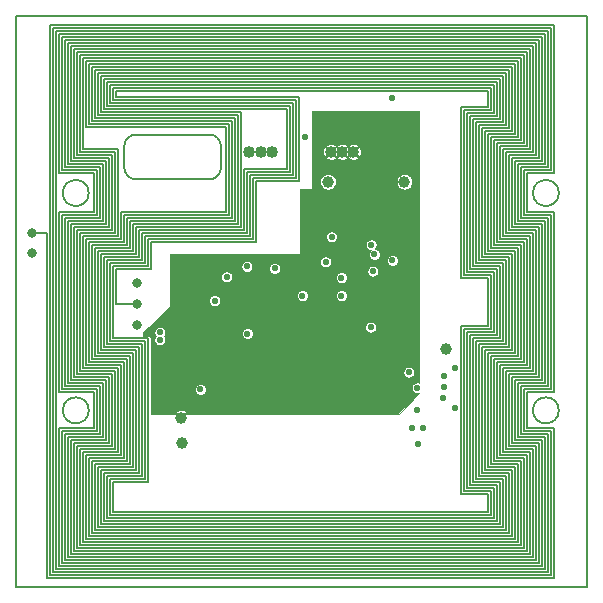
<source format=gbr>
%TF.GenerationSoftware,KiCad,Pcbnew,(5.1.4)-1*%
%TF.CreationDate,2019-12-19T16:50:30-07:00*%
%TF.ProjectId,SolarCellZ_v1,536f6c61-7243-4656-9c6c-5a5f76312e6b,rev?*%
%TF.SameCoordinates,Original*%
%TF.FileFunction,Copper,L4,Inr*%
%TF.FilePolarity,Positive*%
%FSLAX46Y46*%
G04 Gerber Fmt 4.6, Leading zero omitted, Abs format (unit mm)*
G04 Created by KiCad (PCBNEW (5.1.4)-1) date 2019-12-19 16:50:30*
%MOMM*%
%LPD*%
G04 APERTURE LIST*
%ADD10C,0.200000*%
%ADD11C,1.016000*%
%ADD12C,1.000000*%
%ADD13C,0.584200*%
%ADD14C,0.800000*%
%ADD15C,0.127000*%
%ADD16C,0.088900*%
G04 APERTURE END LIST*
D10*
X107407500Y-52841000D02*
G75*
G02X106407500Y-53841000I-1000000J0D01*
G01*
X100207500Y-53841000D02*
G75*
G02X99207500Y-52841000I0J1000000D01*
G01*
X106407500Y-50041000D02*
G75*
G02X107407500Y-51041000I0J-1000000D01*
G01*
X99207500Y-51041000D02*
G75*
G02X100207500Y-50041000I1000000J0D01*
G01*
X96207500Y-54991000D02*
G75*
G03X96207500Y-54991000I-1100000J0D01*
G01*
X106407500Y-50041000D02*
X100207500Y-50041000D01*
X138407500Y-39991000D02*
X138407500Y-88391000D01*
X138407500Y-88391000D02*
X90007500Y-88391000D01*
X96207500Y-73391000D02*
G75*
G03X96207500Y-73391000I-1100000J0D01*
G01*
X90007500Y-88391000D02*
X90007500Y-39991000D01*
X90007500Y-39991000D02*
X138407500Y-39991000D01*
X100207500Y-53841000D02*
X106407500Y-53841000D01*
X136007500Y-73391000D02*
G75*
G03X136007500Y-73391000I-1100000J0D01*
G01*
X136007500Y-54991000D02*
G75*
G03X136007500Y-54991000I-1100000J0D01*
G01*
X107407500Y-52841000D02*
X107407500Y-51041000D01*
X99207500Y-51041000D02*
X99207500Y-52841000D01*
D11*
X116700000Y-51500000D03*
X117650000Y-51500000D03*
X111700000Y-51500000D03*
X110750000Y-51500000D03*
X118600000Y-51500000D03*
X109800000Y-51500000D03*
D12*
X116459000Y-54038500D03*
X122936000Y-54038500D03*
X126492000Y-68199000D03*
X104013000Y-74041000D03*
X104076500Y-76200000D03*
D13*
X126301500Y-71437500D03*
X124015500Y-71501000D03*
X120268110Y-61604791D03*
X120078500Y-66357500D03*
X127254000Y-69786500D03*
X123317000Y-70167500D03*
X107032512Y-65473693D03*
X109654340Y-64046100D03*
X110253760Y-64708256D03*
X108983760Y-64708256D03*
X110261400Y-63439040D03*
X108983760Y-63463656D03*
X122237500Y-62357000D03*
X123253500Y-62357000D03*
X122301000Y-73088500D03*
X127254000Y-73215500D03*
X113411000Y-70548500D03*
X126301500Y-70485000D03*
X120111294Y-59382647D03*
X126238000Y-72390000D03*
X120396000Y-60198000D03*
X121920000Y-60706000D03*
X121920000Y-46990000D03*
X116763500Y-58710000D03*
X114554000Y-50292000D03*
X124015500Y-73406000D03*
X117602000Y-62166500D03*
X116268500Y-60833000D03*
X109644160Y-66892656D03*
X107886500Y-62103000D03*
X114299990Y-63690500D03*
X117602000Y-63690500D03*
X124045117Y-76233390D03*
X109601000Y-61214000D03*
X111950500Y-61380850D03*
X105664000Y-71628000D03*
X106872635Y-64108698D03*
D14*
X91440000Y-58420000D03*
X91440000Y-60071000D03*
X100330000Y-64389000D03*
X100330000Y-62611000D03*
X100330000Y-66167000D03*
D13*
X124523500Y-74866500D03*
X123571000Y-74866500D03*
X102235000Y-67437000D03*
X102235000Y-66802000D03*
D15*
X98552000Y-64389000D02*
X100330000Y-64389000D01*
X98552000Y-61468000D02*
X98552000Y-64389000D01*
X101473000Y-61468000D02*
X98552000Y-61468000D01*
X101473000Y-59182000D02*
X101473000Y-61468000D01*
X110363000Y-59182000D02*
X101473000Y-59182000D01*
X110363000Y-53975000D02*
X110363000Y-59182000D01*
X114046000Y-53975000D02*
X110363000Y-53975000D01*
X114046000Y-46863000D02*
X114046000Y-53975000D01*
X98552000Y-46863000D02*
X114046000Y-46863000D01*
X98552000Y-46355000D02*
X98552000Y-46863000D01*
X130048000Y-46355000D02*
X98552000Y-46355000D01*
X130048000Y-47752000D02*
X130048000Y-46355000D01*
X127762000Y-47752000D02*
X130048000Y-47752000D01*
X127762000Y-62230000D02*
X127762000Y-47752000D01*
X130048000Y-62230000D02*
X127762000Y-62230000D01*
X130048000Y-66294000D02*
X130048000Y-62230000D01*
X127762000Y-66294000D02*
X130048000Y-66294000D01*
X127762000Y-80518000D02*
X127762000Y-66294000D01*
X130048000Y-80518000D02*
X127762000Y-80518000D01*
X130048000Y-82042000D02*
X130048000Y-80518000D01*
X98298000Y-82042000D02*
X130048000Y-82042000D01*
X98298000Y-79502000D02*
X98298000Y-82042000D01*
X101219000Y-79502000D02*
X98298000Y-79502000D01*
X101219000Y-67310000D02*
X101219000Y-79502000D01*
X98298000Y-67310000D02*
X101219000Y-67310000D01*
X98298000Y-61214000D02*
X98298000Y-67310000D01*
X101219000Y-61214000D02*
X98298000Y-61214000D01*
X101219000Y-58928000D02*
X101219000Y-61214000D01*
X110109000Y-58928000D02*
X101219000Y-58928000D01*
X110109000Y-53721000D02*
X110109000Y-58928000D01*
X113792000Y-53721000D02*
X110109000Y-53721000D01*
X113792000Y-47117000D02*
X113792000Y-53721000D01*
X98298000Y-47117000D02*
X113792000Y-47117000D01*
X98298000Y-46101000D02*
X98298000Y-47117000D01*
X130302000Y-46101000D02*
X98298000Y-46101000D01*
X130302000Y-48006000D02*
X130302000Y-46101000D01*
X128016000Y-48006000D02*
X130302000Y-48006000D01*
X128016000Y-61976000D02*
X128016000Y-48006000D01*
X130302000Y-61976000D02*
X128016000Y-61976000D01*
X130302000Y-66548000D02*
X130302000Y-61976000D01*
X128016000Y-66548000D02*
X130302000Y-66548000D01*
X128016000Y-80264000D02*
X128016000Y-66548000D01*
X130302000Y-80264000D02*
X128016000Y-80264000D01*
X130302000Y-82296000D02*
X130302000Y-80264000D01*
X98044000Y-82296000D02*
X130302000Y-82296000D01*
X98044000Y-79248000D02*
X98044000Y-82296000D01*
X100965000Y-79248000D02*
X98044000Y-79248000D01*
X100965000Y-67564000D02*
X100965000Y-79248000D01*
X98044000Y-67564000D02*
X100965000Y-67564000D01*
X98044000Y-60960000D02*
X98044000Y-67564000D01*
X100965000Y-60960000D02*
X98044000Y-60960000D01*
X100965000Y-58674000D02*
X100965000Y-60960000D01*
X109855000Y-58674000D02*
X100965000Y-58674000D01*
X109855000Y-53467000D02*
X109855000Y-58674000D01*
X113538000Y-53467000D02*
X109855000Y-53467000D01*
X113538000Y-47371000D02*
X113538000Y-53467000D01*
X98044000Y-47371000D02*
X113538000Y-47371000D01*
X98044000Y-45847000D02*
X98044000Y-47371000D01*
X130556000Y-45847000D02*
X98044000Y-45847000D01*
X130556000Y-48260000D02*
X130556000Y-45847000D01*
X128270000Y-48260000D02*
X130556000Y-48260000D01*
X128270000Y-61722000D02*
X128270000Y-48260000D01*
X130556000Y-61722000D02*
X128270000Y-61722000D01*
X130556000Y-66802000D02*
X130556000Y-61722000D01*
X128270000Y-66802000D02*
X130556000Y-66802000D01*
X128270000Y-80010000D02*
X128270000Y-66802000D01*
X130556000Y-80010000D02*
X128270000Y-80010000D01*
X130556000Y-82550000D02*
X130556000Y-80010000D01*
X97790000Y-82550000D02*
X130556000Y-82550000D01*
X97790000Y-78994000D02*
X97790000Y-82550000D01*
X100711000Y-78994000D02*
X97790000Y-78994000D01*
X100711000Y-67818000D02*
X100711000Y-78994000D01*
X97790000Y-67818000D02*
X100711000Y-67818000D01*
X97790000Y-60706000D02*
X97790000Y-67818000D01*
X100711000Y-60706000D02*
X97790000Y-60706000D01*
X100711000Y-58420000D02*
X100711000Y-60706000D01*
X109601000Y-58420000D02*
X100711000Y-58420000D01*
X109601000Y-53213000D02*
X109601000Y-58420000D01*
X113284000Y-53213000D02*
X109601000Y-53213000D01*
X113284000Y-47625000D02*
X113284000Y-53213000D01*
X97790000Y-47625000D02*
X113284000Y-47625000D01*
X97790000Y-45593000D02*
X97790000Y-47625000D01*
X130810000Y-45593000D02*
X97790000Y-45593000D01*
X130810000Y-48514000D02*
X130810000Y-45593000D01*
X128524000Y-48514000D02*
X130810000Y-48514000D01*
X128524000Y-61468000D02*
X128524000Y-48514000D01*
X130810000Y-61468000D02*
X128524000Y-61468000D01*
X130810000Y-67056000D02*
X130810000Y-61468000D01*
X128524000Y-67056000D02*
X130810000Y-67056000D01*
X128524000Y-79756000D02*
X128524000Y-67056000D01*
X130810000Y-79756000D02*
X128524000Y-79756000D01*
X130810000Y-82804000D02*
X130810000Y-79756000D01*
X97536000Y-82804000D02*
X130810000Y-82804000D01*
X97536000Y-78740000D02*
X97536000Y-82804000D01*
X100457000Y-78740000D02*
X97536000Y-78740000D01*
X100457000Y-68072000D02*
X100457000Y-78740000D01*
X97536000Y-68072000D02*
X100457000Y-68072000D01*
X97536000Y-60452000D02*
X97536000Y-68072000D01*
X100457000Y-60452000D02*
X97536000Y-60452000D01*
X100457000Y-58166000D02*
X100457000Y-60452000D01*
X109347000Y-58166000D02*
X100457000Y-58166000D01*
X109347000Y-52959000D02*
X109347000Y-58166000D01*
X113030000Y-52959000D02*
X109347000Y-52959000D01*
X113030000Y-47879000D02*
X113030000Y-52959000D01*
X97536000Y-47879000D02*
X113030000Y-47879000D01*
X97536000Y-45339000D02*
X97536000Y-47879000D01*
X131064000Y-45339000D02*
X97536000Y-45339000D01*
X131064000Y-48768000D02*
X131064000Y-45339000D01*
X128778000Y-48768000D02*
X131064000Y-48768000D01*
X128778000Y-61214000D02*
X128778000Y-48768000D01*
X131064000Y-61214000D02*
X128778000Y-61214000D01*
X131064000Y-67310000D02*
X131064000Y-61214000D01*
X128778000Y-67310000D02*
X131064000Y-67310000D01*
X128778000Y-79502000D02*
X128778000Y-67310000D01*
X131064000Y-79502000D02*
X128778000Y-79502000D01*
X131064000Y-83058000D02*
X131064000Y-79502000D01*
X97282000Y-83058000D02*
X131064000Y-83058000D01*
X97282000Y-78486000D02*
X97282000Y-83058000D01*
X100203000Y-78486000D02*
X97282000Y-78486000D01*
X100203000Y-68326000D02*
X100203000Y-78486000D01*
X97282000Y-68326000D02*
X100203000Y-68326000D01*
X97282000Y-60198000D02*
X97282000Y-68326000D01*
X100203000Y-60198000D02*
X97282000Y-60198000D01*
X100203000Y-57912000D02*
X100203000Y-60198000D01*
X109093000Y-57912000D02*
X100203000Y-57912000D01*
X109093000Y-48133000D02*
X109093000Y-57912000D01*
X97282000Y-48133000D02*
X109093000Y-48133000D01*
X97282000Y-45085000D02*
X97282000Y-48133000D01*
X131318000Y-45085000D02*
X97282000Y-45085000D01*
X131318000Y-49022000D02*
X131318000Y-45085000D01*
X129032000Y-49022000D02*
X131318000Y-49022000D01*
X131064000Y-58928000D02*
X131064000Y-51054000D01*
X133350000Y-69596000D02*
X133350000Y-58928000D01*
X131064000Y-77216000D02*
X131064000Y-69596000D01*
X133350000Y-77216000D02*
X131064000Y-77216000D01*
X133350000Y-85344000D02*
X133350000Y-77216000D01*
X94996000Y-85344000D02*
X133350000Y-85344000D01*
X97917000Y-76200000D02*
X94996000Y-76200000D01*
X97917000Y-70612000D02*
X97917000Y-76200000D01*
X94996000Y-70612000D02*
X97917000Y-70612000D01*
X94996000Y-57912000D02*
X94996000Y-70612000D01*
X97917000Y-52070000D02*
X97917000Y-57912000D01*
X94996000Y-52070000D02*
X97917000Y-52070000D01*
X133604000Y-42799000D02*
X94996000Y-42799000D01*
X133604000Y-69850000D02*
X133604000Y-58674000D01*
X131318000Y-76962000D02*
X131318000Y-69850000D01*
X133604000Y-76962000D02*
X131318000Y-76962000D01*
X133604000Y-85598000D02*
X133604000Y-76962000D01*
X94742000Y-85598000D02*
X133604000Y-85598000D01*
X94742000Y-75946000D02*
X94742000Y-85598000D01*
X97663000Y-75946000D02*
X94742000Y-75946000D01*
X97663000Y-70866000D02*
X97663000Y-75946000D01*
X94742000Y-70866000D02*
X97663000Y-70866000D01*
X94742000Y-57658000D02*
X94742000Y-70866000D01*
X97663000Y-57658000D02*
X94742000Y-57658000D01*
X97663000Y-52324000D02*
X97663000Y-57658000D01*
X94742000Y-52324000D02*
X97663000Y-52324000D01*
X94742000Y-42545000D02*
X94742000Y-52324000D01*
X133858000Y-42545000D02*
X94742000Y-42545000D01*
X133858000Y-51562000D02*
X133858000Y-42545000D01*
X131572000Y-51562000D02*
X133858000Y-51562000D01*
X131572000Y-58420000D02*
X131572000Y-51562000D01*
X133858000Y-58420000D02*
X131572000Y-58420000D01*
X133858000Y-70104000D02*
X133858000Y-58420000D01*
X131572000Y-70104000D02*
X133858000Y-70104000D01*
X131572000Y-76708000D02*
X131572000Y-70104000D01*
X133858000Y-76708000D02*
X131572000Y-76708000D01*
X94488000Y-85852000D02*
X133858000Y-85852000D01*
X94488000Y-75692000D02*
X94488000Y-85852000D01*
X97409000Y-75692000D02*
X94488000Y-75692000D01*
X97409000Y-71120000D02*
X97409000Y-75692000D01*
X94488000Y-57404000D02*
X94488000Y-71120000D01*
X97409000Y-57404000D02*
X94488000Y-57404000D01*
X97409000Y-52578000D02*
X97409000Y-57404000D01*
X94488000Y-52578000D02*
X97409000Y-52578000D01*
X94488000Y-42291000D02*
X94488000Y-52578000D01*
X134112000Y-51816000D02*
X134112000Y-42291000D01*
X131826000Y-58166000D02*
X131826000Y-51816000D01*
X134112000Y-58166000D02*
X131826000Y-58166000D01*
X134112000Y-70358000D02*
X134112000Y-58166000D01*
X131826000Y-70358000D02*
X134112000Y-70358000D01*
X131826000Y-76454000D02*
X131826000Y-70358000D01*
X134112000Y-76454000D02*
X131826000Y-76454000D01*
X134112000Y-86106000D02*
X134112000Y-76454000D01*
X94234000Y-86106000D02*
X134112000Y-86106000D01*
X94234000Y-75438000D02*
X94234000Y-86106000D01*
X97155000Y-75438000D02*
X94234000Y-75438000D01*
X97155000Y-71374000D02*
X97155000Y-75438000D01*
X94234000Y-71374000D02*
X97155000Y-71374000D01*
X94234000Y-57150000D02*
X94234000Y-71374000D01*
X97155000Y-57150000D02*
X94234000Y-57150000D01*
X97155000Y-52832000D02*
X97155000Y-57150000D01*
X94234000Y-52832000D02*
X97155000Y-52832000D01*
X94234000Y-42037000D02*
X94234000Y-52832000D01*
X134366000Y-42037000D02*
X94234000Y-42037000D01*
X134366000Y-52070000D02*
X134366000Y-42037000D01*
X132080000Y-52070000D02*
X134366000Y-52070000D01*
X132080000Y-57912000D02*
X132080000Y-52070000D01*
X134366000Y-57912000D02*
X132080000Y-57912000D01*
X134366000Y-70612000D02*
X134366000Y-57912000D01*
X132080000Y-70612000D02*
X134366000Y-70612000D01*
X132080000Y-76200000D02*
X132080000Y-70612000D01*
X134366000Y-76200000D02*
X132080000Y-76200000D01*
X134366000Y-86360000D02*
X134366000Y-76200000D01*
X93980000Y-86360000D02*
X134366000Y-86360000D01*
X135128000Y-52832000D02*
X135128000Y-41275000D01*
X131572000Y-60706000D02*
X129286000Y-60706000D01*
X134874000Y-52578000D02*
X134874000Y-41529000D01*
X132842000Y-57150000D02*
X132842000Y-52832000D01*
X131572000Y-67818000D02*
X131572000Y-60706000D01*
X93726000Y-41529000D02*
X93726000Y-53340000D01*
X135128000Y-57150000D02*
X132842000Y-57150000D01*
X129032000Y-60960000D02*
X129032000Y-49022000D01*
X96647000Y-71882000D02*
X96647000Y-74930000D01*
X134112000Y-42291000D02*
X94488000Y-42291000D01*
X132842000Y-71374000D02*
X135128000Y-71374000D01*
X96774000Y-77978000D02*
X96774000Y-83566000D01*
X132842000Y-75438000D02*
X132842000Y-71374000D01*
X131064000Y-69596000D02*
X133350000Y-69596000D01*
X135128000Y-71374000D02*
X135128000Y-57150000D01*
X108585000Y-57404000D02*
X99695000Y-57404000D01*
X96647000Y-56642000D02*
X93726000Y-56642000D01*
X135128000Y-75438000D02*
X132842000Y-75438000D01*
X135128000Y-87122000D02*
X135128000Y-75438000D01*
X97028000Y-48387000D02*
X108839000Y-48387000D01*
X93980000Y-41783000D02*
X93980000Y-53086000D01*
X93218000Y-41021000D02*
X93218000Y-87122000D01*
X97028000Y-59944000D02*
X97028000Y-68580000D01*
X96647000Y-53340000D02*
X96647000Y-56642000D01*
X135382000Y-53086000D02*
X135382000Y-41021000D01*
X99695000Y-68834000D02*
X99695000Y-77978000D01*
X133096000Y-53086000D02*
X135382000Y-53086000D01*
X133096000Y-56896000D02*
X133096000Y-53086000D01*
X133604000Y-51308000D02*
X133604000Y-42799000D01*
X135382000Y-56896000D02*
X133096000Y-56896000D01*
X129286000Y-67818000D02*
X131572000Y-67818000D01*
X131318000Y-69850000D02*
X133604000Y-69850000D01*
X135382000Y-71628000D02*
X135382000Y-56896000D01*
X99695000Y-57404000D02*
X99695000Y-59690000D01*
X93980000Y-53086000D02*
X96901000Y-53086000D01*
X93218000Y-87122000D02*
X135128000Y-87122000D01*
X133350000Y-58928000D02*
X131064000Y-58928000D01*
X133096000Y-75184000D02*
X133096000Y-71628000D01*
X96774000Y-83566000D02*
X131572000Y-83566000D01*
X135382000Y-75184000D02*
X133096000Y-75184000D01*
X129032000Y-79248000D02*
X129032000Y-67564000D01*
X134620000Y-52324000D02*
X134620000Y-41783000D01*
X133096000Y-71628000D02*
X135382000Y-71628000D01*
X96901000Y-71628000D02*
X96901000Y-75184000D01*
X131318000Y-51308000D02*
X133604000Y-51308000D01*
X133350000Y-74930000D02*
X133350000Y-71882000D01*
X97028000Y-83312000D02*
X131318000Y-83312000D01*
X134874000Y-41529000D02*
X93726000Y-41529000D01*
X94488000Y-71120000D02*
X97409000Y-71120000D01*
X135636000Y-74930000D02*
X133350000Y-74930000D01*
X93726000Y-53340000D02*
X96647000Y-53340000D01*
X133604000Y-58674000D02*
X131318000Y-58674000D01*
X135636000Y-87630000D02*
X135636000Y-74930000D01*
X135636000Y-71882000D02*
X135636000Y-56642000D01*
X133858000Y-85852000D02*
X133858000Y-76708000D01*
X132842000Y-52832000D02*
X135128000Y-52832000D01*
X131318000Y-60960000D02*
X129032000Y-60960000D01*
X91440000Y-58420000D02*
X92710000Y-58420000D01*
X131826000Y-51816000D02*
X134112000Y-51816000D01*
X135382000Y-41021000D02*
X93218000Y-41021000D01*
X97028000Y-68580000D02*
X99949000Y-68580000D01*
X92710000Y-58420000D02*
X92710000Y-87630000D01*
X133350000Y-53340000D02*
X135636000Y-53340000D01*
X94996000Y-76200000D02*
X94996000Y-85344000D01*
X135636000Y-40767000D02*
X92964000Y-40767000D01*
X131572000Y-49276000D02*
X131572000Y-44831000D01*
X134620000Y-75946000D02*
X132334000Y-75946000D01*
X94996000Y-42799000D02*
X94996000Y-52070000D01*
X133350000Y-71882000D02*
X135636000Y-71882000D01*
X132588000Y-52578000D02*
X134874000Y-52578000D01*
X131318000Y-58674000D02*
X131318000Y-51308000D01*
X92710000Y-87630000D02*
X135636000Y-87630000D01*
X108585000Y-48641000D02*
X108585000Y-57404000D01*
X135636000Y-56642000D02*
X133350000Y-56642000D01*
X133350000Y-56642000D02*
X133350000Y-53340000D01*
X135636000Y-53340000D02*
X135636000Y-40767000D01*
X131572000Y-83566000D02*
X131572000Y-78994000D01*
X134620000Y-70866000D02*
X134620000Y-57658000D01*
X92964000Y-40767000D02*
X92964000Y-87376000D01*
X97917000Y-57912000D02*
X94996000Y-57912000D01*
X92964000Y-87376000D02*
X135382000Y-87376000D01*
X96647000Y-74930000D02*
X93726000Y-74930000D01*
X135382000Y-87376000D02*
X135382000Y-75184000D01*
X135128000Y-41275000D02*
X93472000Y-41275000D01*
X96901000Y-75184000D02*
X93980000Y-75184000D01*
X93472000Y-41275000D02*
X93472000Y-86868000D01*
X134620000Y-41783000D02*
X93980000Y-41783000D01*
X93472000Y-86868000D02*
X134874000Y-86868000D01*
X99695000Y-59690000D02*
X96774000Y-59690000D01*
X134874000Y-86868000D02*
X134874000Y-75692000D01*
X97028000Y-78232000D02*
X97028000Y-83312000D01*
X134874000Y-75692000D02*
X132588000Y-75692000D01*
X129286000Y-78994000D02*
X129286000Y-67818000D01*
X132588000Y-75692000D02*
X132588000Y-71120000D01*
X132588000Y-71120000D02*
X134874000Y-71120000D01*
X134874000Y-71120000D02*
X134874000Y-57404000D01*
X134874000Y-57404000D02*
X132588000Y-57404000D01*
X132588000Y-57404000D02*
X132588000Y-52578000D01*
X93726000Y-56642000D02*
X93726000Y-71882000D01*
X93726000Y-71882000D02*
X96647000Y-71882000D01*
X93726000Y-74930000D02*
X93726000Y-86614000D01*
X93726000Y-86614000D02*
X134620000Y-86614000D01*
X134620000Y-86614000D02*
X134620000Y-75946000D01*
X132334000Y-75946000D02*
X132334000Y-70866000D01*
X132334000Y-70866000D02*
X134620000Y-70866000D01*
X134620000Y-57658000D02*
X132334000Y-57658000D01*
X132334000Y-57658000D02*
X132334000Y-52324000D01*
X132334000Y-52324000D02*
X134620000Y-52324000D01*
X96901000Y-53086000D02*
X96901000Y-56896000D01*
X96901000Y-56896000D02*
X93980000Y-56896000D01*
X93980000Y-56896000D02*
X93980000Y-71628000D01*
X93980000Y-71628000D02*
X96901000Y-71628000D01*
X93980000Y-75184000D02*
X93980000Y-86360000D01*
X131064000Y-51054000D02*
X133350000Y-51054000D01*
X133350000Y-51054000D02*
X133350000Y-43053000D01*
X133350000Y-43053000D02*
X95250000Y-43053000D01*
X95250000Y-43053000D02*
X95250000Y-51816000D01*
X95250000Y-51816000D02*
X98171000Y-51816000D01*
X98171000Y-51816000D02*
X98171000Y-58166000D01*
X98171000Y-58166000D02*
X95250000Y-58166000D01*
X95250000Y-58166000D02*
X95250000Y-70358000D01*
X95250000Y-70358000D02*
X98171000Y-70358000D01*
X98171000Y-70358000D02*
X98171000Y-76454000D01*
X98171000Y-76454000D02*
X95250000Y-76454000D01*
X95250000Y-76454000D02*
X95250000Y-85090000D01*
X95250000Y-85090000D02*
X133096000Y-85090000D01*
X133096000Y-85090000D02*
X133096000Y-77470000D01*
X133096000Y-77470000D02*
X130810000Y-77470000D01*
X130810000Y-77470000D02*
X130810000Y-69342000D01*
X130810000Y-69342000D02*
X133096000Y-69342000D01*
X133096000Y-69342000D02*
X133096000Y-59182000D01*
X133096000Y-59182000D02*
X130810000Y-59182000D01*
X130810000Y-59182000D02*
X130810000Y-50800000D01*
X130810000Y-50800000D02*
X133096000Y-50800000D01*
X133096000Y-50800000D02*
X133096000Y-43307000D01*
X133096000Y-43307000D02*
X95504000Y-43307000D01*
X95504000Y-43307000D02*
X95504000Y-51562000D01*
X95504000Y-51562000D02*
X98425000Y-51562000D01*
X98425000Y-51562000D02*
X98425000Y-58420000D01*
X98425000Y-58420000D02*
X95504000Y-58420000D01*
X95504000Y-58420000D02*
X95504000Y-70104000D01*
X95504000Y-70104000D02*
X98425000Y-70104000D01*
X98425000Y-70104000D02*
X98425000Y-76708000D01*
X98425000Y-76708000D02*
X95504000Y-76708000D01*
X95504000Y-76708000D02*
X95504000Y-84836000D01*
X95504000Y-84836000D02*
X132842000Y-84836000D01*
X132842000Y-84836000D02*
X132842000Y-77724000D01*
X132842000Y-77724000D02*
X130556000Y-77724000D01*
X130556000Y-77724000D02*
X130556000Y-69088000D01*
X130556000Y-69088000D02*
X132842000Y-69088000D01*
X132842000Y-69088000D02*
X132842000Y-59436000D01*
X132842000Y-59436000D02*
X130556000Y-59436000D01*
X130556000Y-59436000D02*
X130556000Y-50546000D01*
X130556000Y-50546000D02*
X132842000Y-50546000D01*
X132842000Y-50546000D02*
X132842000Y-43561000D01*
X132842000Y-43561000D02*
X95758000Y-43561000D01*
X95758000Y-43561000D02*
X95758000Y-51308000D01*
X95758000Y-51308000D02*
X98679000Y-51308000D01*
X98679000Y-51308000D02*
X98679000Y-58674000D01*
X98679000Y-58674000D02*
X95758000Y-58674000D01*
X95758000Y-58674000D02*
X95758000Y-69850000D01*
X95758000Y-69850000D02*
X98679000Y-69850000D01*
X98679000Y-69850000D02*
X98679000Y-76962000D01*
X98679000Y-76962000D02*
X95758000Y-76962000D01*
X95758000Y-76962000D02*
X95758000Y-84582000D01*
X95758000Y-84582000D02*
X132588000Y-84582000D01*
X132588000Y-84582000D02*
X132588000Y-77978000D01*
X132588000Y-77978000D02*
X130302000Y-77978000D01*
X130302000Y-77978000D02*
X130302000Y-68834000D01*
X130302000Y-68834000D02*
X132588000Y-68834000D01*
X132588000Y-68834000D02*
X132588000Y-59690000D01*
X132588000Y-59690000D02*
X130302000Y-59690000D01*
X130302000Y-59690000D02*
X130302000Y-50292000D01*
X130302000Y-50292000D02*
X132588000Y-50292000D01*
X132588000Y-50292000D02*
X132588000Y-43815000D01*
X132588000Y-43815000D02*
X96012000Y-43815000D01*
X96012000Y-43815000D02*
X96012000Y-49403000D01*
X96012000Y-49403000D02*
X107823000Y-49403000D01*
X107823000Y-49403000D02*
X107823000Y-56642000D01*
X107823000Y-56642000D02*
X98933000Y-56642000D01*
X98933000Y-56642000D02*
X98933000Y-58928000D01*
X98933000Y-58928000D02*
X96012000Y-58928000D01*
X96012000Y-58928000D02*
X96012000Y-69596000D01*
X96012000Y-69596000D02*
X98933000Y-69596000D01*
X98933000Y-69596000D02*
X98933000Y-77216000D01*
X98933000Y-77216000D02*
X96012000Y-77216000D01*
X96012000Y-77216000D02*
X96012000Y-84328000D01*
X96012000Y-84328000D02*
X132334000Y-84328000D01*
X132334000Y-84328000D02*
X132334000Y-78232000D01*
X132334000Y-78232000D02*
X130048000Y-78232000D01*
X130048000Y-78232000D02*
X130048000Y-68580000D01*
X130048000Y-68580000D02*
X132334000Y-68580000D01*
X132334000Y-68580000D02*
X132334000Y-59944000D01*
X132334000Y-59944000D02*
X130048000Y-59944000D01*
X130048000Y-59944000D02*
X130048000Y-50038000D01*
X130048000Y-50038000D02*
X132334000Y-50038000D01*
X132334000Y-50038000D02*
X132334000Y-44069000D01*
X132334000Y-44069000D02*
X96266000Y-44069000D01*
X96266000Y-44069000D02*
X96266000Y-49149000D01*
X96266000Y-49149000D02*
X108077000Y-49149000D01*
X108077000Y-49149000D02*
X108077000Y-56896000D01*
X108077000Y-56896000D02*
X99187000Y-56896000D01*
X99187000Y-56896000D02*
X99187000Y-59182000D01*
X99187000Y-59182000D02*
X96266000Y-59182000D01*
X96266000Y-59182000D02*
X96266000Y-69342000D01*
X96266000Y-69342000D02*
X99187000Y-69342000D01*
X99187000Y-69342000D02*
X99187000Y-77470000D01*
X99187000Y-77470000D02*
X96266000Y-77470000D01*
X96266000Y-77470000D02*
X96266000Y-84074000D01*
X96266000Y-84074000D02*
X132080000Y-84074000D01*
X132080000Y-84074000D02*
X132080000Y-78486000D01*
X132080000Y-78486000D02*
X129794000Y-78486000D01*
X129794000Y-78486000D02*
X129794000Y-68326000D01*
X129794000Y-68326000D02*
X132080000Y-68326000D01*
X132080000Y-68326000D02*
X132080000Y-60198000D01*
X132080000Y-60198000D02*
X129794000Y-60198000D01*
X129794000Y-60198000D02*
X129794000Y-49784000D01*
X129794000Y-49784000D02*
X132080000Y-49784000D01*
X132080000Y-49784000D02*
X132080000Y-44323000D01*
X132080000Y-44323000D02*
X96520000Y-44323000D01*
X96520000Y-44323000D02*
X96520000Y-48895000D01*
X96520000Y-48895000D02*
X108331000Y-48895000D01*
X108331000Y-48895000D02*
X108331000Y-57150000D01*
X108331000Y-57150000D02*
X99441000Y-57150000D01*
X99441000Y-57150000D02*
X99441000Y-59436000D01*
X99441000Y-59436000D02*
X96520000Y-59436000D01*
X96520000Y-59436000D02*
X96520000Y-69088000D01*
X96520000Y-69088000D02*
X99441000Y-69088000D01*
X99441000Y-69088000D02*
X99441000Y-77724000D01*
X99441000Y-77724000D02*
X96520000Y-77724000D01*
X96520000Y-77724000D02*
X96520000Y-83820000D01*
X96520000Y-83820000D02*
X131826000Y-83820000D01*
X131826000Y-83820000D02*
X131826000Y-78740000D01*
X131826000Y-78740000D02*
X129540000Y-78740000D01*
X129540000Y-78740000D02*
X129540000Y-68072000D01*
X129540000Y-68072000D02*
X131826000Y-68072000D01*
X131826000Y-68072000D02*
X131826000Y-60452000D01*
X131826000Y-60452000D02*
X129540000Y-60452000D01*
X129540000Y-60452000D02*
X129540000Y-49530000D01*
X129540000Y-49530000D02*
X131826000Y-49530000D01*
X131826000Y-49530000D02*
X131826000Y-44577000D01*
X131826000Y-44577000D02*
X96774000Y-44577000D01*
X96774000Y-44577000D02*
X96774000Y-48641000D01*
X96774000Y-48641000D02*
X108585000Y-48641000D01*
X96774000Y-59690000D02*
X96774000Y-68834000D01*
X96774000Y-68834000D02*
X99695000Y-68834000D01*
X99695000Y-77978000D02*
X96774000Y-77978000D01*
X131572000Y-78994000D02*
X129286000Y-78994000D01*
X129286000Y-60706000D02*
X129286000Y-49276000D01*
X129286000Y-49276000D02*
X131572000Y-49276000D01*
X131572000Y-44831000D02*
X97028000Y-44831000D01*
X97028000Y-44831000D02*
X97028000Y-48387000D01*
X108839000Y-48387000D02*
X108839000Y-57658000D01*
X108839000Y-57658000D02*
X99949000Y-57658000D01*
X99949000Y-57658000D02*
X99949000Y-59944000D01*
X99949000Y-59944000D02*
X97028000Y-59944000D01*
X99949000Y-68580000D02*
X99949000Y-78232000D01*
X99949000Y-78232000D02*
X97028000Y-78232000D01*
X131318000Y-83312000D02*
X131318000Y-79248000D01*
X131318000Y-79248000D02*
X129032000Y-79248000D01*
X129032000Y-67564000D02*
X131318000Y-67564000D01*
X131318000Y-67564000D02*
X131318000Y-60960000D01*
D16*
G36*
X124161550Y-71059753D02*
G01*
X124150713Y-71055264D01*
X124061156Y-71037450D01*
X123969844Y-71037450D01*
X123880287Y-71055264D01*
X123795927Y-71090207D01*
X123720004Y-71140937D01*
X123655437Y-71205504D01*
X123604707Y-71281427D01*
X123569764Y-71365787D01*
X123551950Y-71455344D01*
X123551950Y-71546656D01*
X123569764Y-71636213D01*
X123604707Y-71720573D01*
X123655437Y-71796496D01*
X123720004Y-71861063D01*
X123795927Y-71911793D01*
X123880287Y-71946736D01*
X123969844Y-71964550D01*
X124061156Y-71964550D01*
X124141242Y-71948620D01*
X122472613Y-73679050D01*
X104558630Y-73679050D01*
X104506429Y-73646354D01*
X104473733Y-73679050D01*
X104276167Y-73679050D01*
X104407646Y-73547571D01*
X104350938Y-73457033D01*
X104230518Y-73402325D01*
X104101740Y-73372161D01*
X103969550Y-73367701D01*
X103839031Y-73389115D01*
X103715197Y-73435580D01*
X103675062Y-73457033D01*
X103618354Y-73547571D01*
X103749833Y-73679050D01*
X103552267Y-73679050D01*
X103519571Y-73646354D01*
X103467370Y-73679050D01*
X101453950Y-73679050D01*
X101453950Y-71582344D01*
X105200450Y-71582344D01*
X105200450Y-71673656D01*
X105218264Y-71763213D01*
X105253207Y-71847573D01*
X105303937Y-71923496D01*
X105368504Y-71988063D01*
X105444427Y-72038793D01*
X105528787Y-72073736D01*
X105618344Y-72091550D01*
X105709656Y-72091550D01*
X105799213Y-72073736D01*
X105883573Y-72038793D01*
X105959496Y-71988063D01*
X106024063Y-71923496D01*
X106074793Y-71847573D01*
X106109736Y-71763213D01*
X106127550Y-71673656D01*
X106127550Y-71582344D01*
X106109736Y-71492787D01*
X106074793Y-71408427D01*
X106024063Y-71332504D01*
X105959496Y-71267937D01*
X105883573Y-71217207D01*
X105799213Y-71182264D01*
X105709656Y-71164450D01*
X105618344Y-71164450D01*
X105528787Y-71182264D01*
X105444427Y-71217207D01*
X105368504Y-71267937D01*
X105303937Y-71332504D01*
X105253207Y-71408427D01*
X105218264Y-71492787D01*
X105200450Y-71582344D01*
X101453950Y-71582344D01*
X101453950Y-70121844D01*
X122853450Y-70121844D01*
X122853450Y-70213156D01*
X122871264Y-70302713D01*
X122906207Y-70387073D01*
X122956937Y-70462996D01*
X123021504Y-70527563D01*
X123097427Y-70578293D01*
X123181787Y-70613236D01*
X123271344Y-70631050D01*
X123362656Y-70631050D01*
X123452213Y-70613236D01*
X123536573Y-70578293D01*
X123612496Y-70527563D01*
X123677063Y-70462996D01*
X123727793Y-70387073D01*
X123762736Y-70302713D01*
X123780550Y-70213156D01*
X123780550Y-70121844D01*
X123762736Y-70032287D01*
X123727793Y-69947927D01*
X123677063Y-69872004D01*
X123612496Y-69807437D01*
X123536573Y-69756707D01*
X123452213Y-69721764D01*
X123362656Y-69703950D01*
X123271344Y-69703950D01*
X123181787Y-69721764D01*
X123097427Y-69756707D01*
X123021504Y-69807437D01*
X122956937Y-69872004D01*
X122906207Y-69947927D01*
X122871264Y-70032287D01*
X122853450Y-70121844D01*
X101453950Y-70121844D01*
X101453950Y-67321535D01*
X101455086Y-67310000D01*
X101450550Y-67263942D01*
X101437115Y-67219654D01*
X101415298Y-67178838D01*
X101385938Y-67143062D01*
X101350162Y-67113702D01*
X101309346Y-67091885D01*
X101265058Y-67078450D01*
X101230535Y-67075050D01*
X101219000Y-67073914D01*
X101207465Y-67075050D01*
X100818950Y-67075050D01*
X100818950Y-66757279D01*
X100819911Y-66756344D01*
X101771450Y-66756344D01*
X101771450Y-66847656D01*
X101789264Y-66937213D01*
X101824207Y-67021573D01*
X101874937Y-67097496D01*
X101896941Y-67119500D01*
X101874937Y-67141504D01*
X101824207Y-67217427D01*
X101789264Y-67301787D01*
X101771450Y-67391344D01*
X101771450Y-67482656D01*
X101789264Y-67572213D01*
X101824207Y-67656573D01*
X101874937Y-67732496D01*
X101939504Y-67797063D01*
X102015427Y-67847793D01*
X102099787Y-67882736D01*
X102189344Y-67900550D01*
X102280656Y-67900550D01*
X102370213Y-67882736D01*
X102454573Y-67847793D01*
X102530496Y-67797063D01*
X102595063Y-67732496D01*
X102645793Y-67656573D01*
X102680736Y-67572213D01*
X102698550Y-67482656D01*
X102698550Y-67391344D01*
X102680736Y-67301787D01*
X102645793Y-67217427D01*
X102595063Y-67141504D01*
X102573059Y-67119500D01*
X102595063Y-67097496D01*
X102645793Y-67021573D01*
X102680736Y-66937213D01*
X102698550Y-66847656D01*
X102698550Y-66847000D01*
X109180610Y-66847000D01*
X109180610Y-66938312D01*
X109198424Y-67027869D01*
X109233367Y-67112229D01*
X109284097Y-67188152D01*
X109348664Y-67252719D01*
X109424587Y-67303449D01*
X109508947Y-67338392D01*
X109598504Y-67356206D01*
X109689816Y-67356206D01*
X109779373Y-67338392D01*
X109863733Y-67303449D01*
X109939656Y-67252719D01*
X110004223Y-67188152D01*
X110054953Y-67112229D01*
X110089896Y-67027869D01*
X110107710Y-66938312D01*
X110107710Y-66847000D01*
X110089896Y-66757443D01*
X110054953Y-66673083D01*
X110004223Y-66597160D01*
X109939656Y-66532593D01*
X109863733Y-66481863D01*
X109779373Y-66446920D01*
X109689816Y-66429106D01*
X109598504Y-66429106D01*
X109508947Y-66446920D01*
X109424587Y-66481863D01*
X109348664Y-66532593D01*
X109284097Y-66597160D01*
X109233367Y-66673083D01*
X109198424Y-66757443D01*
X109180610Y-66847000D01*
X102698550Y-66847000D01*
X102698550Y-66756344D01*
X102680736Y-66666787D01*
X102645793Y-66582427D01*
X102595063Y-66506504D01*
X102530496Y-66441937D01*
X102454573Y-66391207D01*
X102370213Y-66356264D01*
X102280656Y-66338450D01*
X102189344Y-66338450D01*
X102099787Y-66356264D01*
X102015427Y-66391207D01*
X101939504Y-66441937D01*
X101874937Y-66506504D01*
X101824207Y-66582427D01*
X101789264Y-66666787D01*
X101771450Y-66756344D01*
X100819911Y-66756344D01*
X101277111Y-66311844D01*
X119614950Y-66311844D01*
X119614950Y-66403156D01*
X119632764Y-66492713D01*
X119667707Y-66577073D01*
X119718437Y-66652996D01*
X119783004Y-66717563D01*
X119858927Y-66768293D01*
X119943287Y-66803236D01*
X120032844Y-66821050D01*
X120124156Y-66821050D01*
X120213713Y-66803236D01*
X120298073Y-66768293D01*
X120373996Y-66717563D01*
X120438563Y-66652996D01*
X120489293Y-66577073D01*
X120524236Y-66492713D01*
X120542050Y-66403156D01*
X120542050Y-66311844D01*
X120524236Y-66222287D01*
X120489293Y-66137927D01*
X120438563Y-66062004D01*
X120373996Y-65997437D01*
X120298073Y-65946707D01*
X120213713Y-65911764D01*
X120124156Y-65893950D01*
X120032844Y-65893950D01*
X119943287Y-65911764D01*
X119858927Y-65946707D01*
X119783004Y-65997437D01*
X119718437Y-66062004D01*
X119667707Y-66137927D01*
X119632764Y-66222287D01*
X119614950Y-66311844D01*
X101277111Y-66311844D01*
X103091485Y-64547870D01*
X103097107Y-64541213D01*
X103101323Y-64533587D01*
X103103969Y-64525285D01*
X103104950Y-64516000D01*
X103104950Y-64063042D01*
X106409085Y-64063042D01*
X106409085Y-64154354D01*
X106426899Y-64243911D01*
X106461842Y-64328271D01*
X106512572Y-64404194D01*
X106577139Y-64468761D01*
X106653062Y-64519491D01*
X106737422Y-64554434D01*
X106826979Y-64572248D01*
X106918291Y-64572248D01*
X107007848Y-64554434D01*
X107092208Y-64519491D01*
X107168131Y-64468761D01*
X107232698Y-64404194D01*
X107283428Y-64328271D01*
X107318371Y-64243911D01*
X107336185Y-64154354D01*
X107336185Y-64063042D01*
X107318371Y-63973485D01*
X107283428Y-63889125D01*
X107232698Y-63813202D01*
X107168131Y-63748635D01*
X107092208Y-63697905D01*
X107007848Y-63662962D01*
X106918291Y-63645148D01*
X106826979Y-63645148D01*
X106737422Y-63662962D01*
X106653062Y-63697905D01*
X106577139Y-63748635D01*
X106512572Y-63813202D01*
X106461842Y-63889125D01*
X106426899Y-63973485D01*
X106409085Y-64063042D01*
X103104950Y-64063042D01*
X103104950Y-63644844D01*
X113836440Y-63644844D01*
X113836440Y-63736156D01*
X113854254Y-63825713D01*
X113889197Y-63910073D01*
X113939927Y-63985996D01*
X114004494Y-64050563D01*
X114080417Y-64101293D01*
X114164777Y-64136236D01*
X114254334Y-64154050D01*
X114345646Y-64154050D01*
X114435203Y-64136236D01*
X114519563Y-64101293D01*
X114595486Y-64050563D01*
X114660053Y-63985996D01*
X114710783Y-63910073D01*
X114745726Y-63825713D01*
X114763540Y-63736156D01*
X114763540Y-63644844D01*
X117138450Y-63644844D01*
X117138450Y-63736156D01*
X117156264Y-63825713D01*
X117191207Y-63910073D01*
X117241937Y-63985996D01*
X117306504Y-64050563D01*
X117382427Y-64101293D01*
X117466787Y-64136236D01*
X117556344Y-64154050D01*
X117647656Y-64154050D01*
X117737213Y-64136236D01*
X117821573Y-64101293D01*
X117897496Y-64050563D01*
X117962063Y-63985996D01*
X118012793Y-63910073D01*
X118047736Y-63825713D01*
X118065550Y-63736156D01*
X118065550Y-63644844D01*
X118047736Y-63555287D01*
X118012793Y-63470927D01*
X117962063Y-63395004D01*
X117897496Y-63330437D01*
X117821573Y-63279707D01*
X117737213Y-63244764D01*
X117647656Y-63226950D01*
X117556344Y-63226950D01*
X117466787Y-63244764D01*
X117382427Y-63279707D01*
X117306504Y-63330437D01*
X117241937Y-63395004D01*
X117191207Y-63470927D01*
X117156264Y-63555287D01*
X117138450Y-63644844D01*
X114763540Y-63644844D01*
X114745726Y-63555287D01*
X114710783Y-63470927D01*
X114660053Y-63395004D01*
X114595486Y-63330437D01*
X114519563Y-63279707D01*
X114435203Y-63244764D01*
X114345646Y-63226950D01*
X114254334Y-63226950D01*
X114164777Y-63244764D01*
X114080417Y-63279707D01*
X114004494Y-63330437D01*
X113939927Y-63395004D01*
X113889197Y-63470927D01*
X113854254Y-63555287D01*
X113836440Y-63644844D01*
X103104950Y-63644844D01*
X103104950Y-62057344D01*
X107422950Y-62057344D01*
X107422950Y-62148656D01*
X107440764Y-62238213D01*
X107475707Y-62322573D01*
X107526437Y-62398496D01*
X107591004Y-62463063D01*
X107666927Y-62513793D01*
X107751287Y-62548736D01*
X107840844Y-62566550D01*
X107932156Y-62566550D01*
X108021713Y-62548736D01*
X108106073Y-62513793D01*
X108181996Y-62463063D01*
X108246563Y-62398496D01*
X108297293Y-62322573D01*
X108332236Y-62238213D01*
X108350050Y-62148656D01*
X108350050Y-62120844D01*
X117138450Y-62120844D01*
X117138450Y-62212156D01*
X117156264Y-62301713D01*
X117191207Y-62386073D01*
X117241937Y-62461996D01*
X117306504Y-62526563D01*
X117382427Y-62577293D01*
X117466787Y-62612236D01*
X117556344Y-62630050D01*
X117647656Y-62630050D01*
X117737213Y-62612236D01*
X117821573Y-62577293D01*
X117897496Y-62526563D01*
X117962063Y-62461996D01*
X118012793Y-62386073D01*
X118047736Y-62301713D01*
X118065550Y-62212156D01*
X118065550Y-62120844D01*
X118047736Y-62031287D01*
X118012793Y-61946927D01*
X117962063Y-61871004D01*
X117897496Y-61806437D01*
X117821573Y-61755707D01*
X117737213Y-61720764D01*
X117647656Y-61702950D01*
X117556344Y-61702950D01*
X117466787Y-61720764D01*
X117382427Y-61755707D01*
X117306504Y-61806437D01*
X117241937Y-61871004D01*
X117191207Y-61946927D01*
X117156264Y-62031287D01*
X117138450Y-62120844D01*
X108350050Y-62120844D01*
X108350050Y-62057344D01*
X108332236Y-61967787D01*
X108297293Y-61883427D01*
X108246563Y-61807504D01*
X108181996Y-61742937D01*
X108106073Y-61692207D01*
X108021713Y-61657264D01*
X107932156Y-61639450D01*
X107840844Y-61639450D01*
X107751287Y-61657264D01*
X107666927Y-61692207D01*
X107591004Y-61742937D01*
X107526437Y-61807504D01*
X107475707Y-61883427D01*
X107440764Y-61967787D01*
X107422950Y-62057344D01*
X103104950Y-62057344D01*
X103104950Y-61168344D01*
X109137450Y-61168344D01*
X109137450Y-61259656D01*
X109155264Y-61349213D01*
X109190207Y-61433573D01*
X109240937Y-61509496D01*
X109305504Y-61574063D01*
X109381427Y-61624793D01*
X109465787Y-61659736D01*
X109555344Y-61677550D01*
X109646656Y-61677550D01*
X109736213Y-61659736D01*
X109820573Y-61624793D01*
X109896496Y-61574063D01*
X109961063Y-61509496D01*
X110011793Y-61433573D01*
X110046736Y-61349213D01*
X110049524Y-61335194D01*
X111486950Y-61335194D01*
X111486950Y-61426506D01*
X111504764Y-61516063D01*
X111539707Y-61600423D01*
X111590437Y-61676346D01*
X111655004Y-61740913D01*
X111730927Y-61791643D01*
X111815287Y-61826586D01*
X111904844Y-61844400D01*
X111996156Y-61844400D01*
X112085713Y-61826586D01*
X112170073Y-61791643D01*
X112245996Y-61740913D01*
X112310563Y-61676346D01*
X112361293Y-61600423D01*
X112378395Y-61559135D01*
X119804560Y-61559135D01*
X119804560Y-61650447D01*
X119822374Y-61740004D01*
X119857317Y-61824364D01*
X119908047Y-61900287D01*
X119972614Y-61964854D01*
X120048537Y-62015584D01*
X120132897Y-62050527D01*
X120222454Y-62068341D01*
X120313766Y-62068341D01*
X120403323Y-62050527D01*
X120487683Y-62015584D01*
X120563606Y-61964854D01*
X120628173Y-61900287D01*
X120678903Y-61824364D01*
X120713846Y-61740004D01*
X120731660Y-61650447D01*
X120731660Y-61559135D01*
X120713846Y-61469578D01*
X120678903Y-61385218D01*
X120628173Y-61309295D01*
X120563606Y-61244728D01*
X120487683Y-61193998D01*
X120403323Y-61159055D01*
X120313766Y-61141241D01*
X120222454Y-61141241D01*
X120132897Y-61159055D01*
X120048537Y-61193998D01*
X119972614Y-61244728D01*
X119908047Y-61309295D01*
X119857317Y-61385218D01*
X119822374Y-61469578D01*
X119804560Y-61559135D01*
X112378395Y-61559135D01*
X112396236Y-61516063D01*
X112414050Y-61426506D01*
X112414050Y-61335194D01*
X112396236Y-61245637D01*
X112361293Y-61161277D01*
X112310563Y-61085354D01*
X112245996Y-61020787D01*
X112170073Y-60970057D01*
X112085713Y-60935114D01*
X111996156Y-60917300D01*
X111904844Y-60917300D01*
X111815287Y-60935114D01*
X111730927Y-60970057D01*
X111655004Y-61020787D01*
X111590437Y-61085354D01*
X111539707Y-61161277D01*
X111504764Y-61245637D01*
X111486950Y-61335194D01*
X110049524Y-61335194D01*
X110064550Y-61259656D01*
X110064550Y-61168344D01*
X110046736Y-61078787D01*
X110011793Y-60994427D01*
X109961063Y-60918504D01*
X109896496Y-60853937D01*
X109820573Y-60803207D01*
X109782277Y-60787344D01*
X115804950Y-60787344D01*
X115804950Y-60878656D01*
X115822764Y-60968213D01*
X115857707Y-61052573D01*
X115908437Y-61128496D01*
X115973004Y-61193063D01*
X116048927Y-61243793D01*
X116133287Y-61278736D01*
X116222844Y-61296550D01*
X116314156Y-61296550D01*
X116403713Y-61278736D01*
X116488073Y-61243793D01*
X116563996Y-61193063D01*
X116628563Y-61128496D01*
X116679293Y-61052573D01*
X116714236Y-60968213D01*
X116732050Y-60878656D01*
X116732050Y-60787344D01*
X116714236Y-60697787D01*
X116679293Y-60613427D01*
X116628563Y-60537504D01*
X116563996Y-60472937D01*
X116488073Y-60422207D01*
X116403713Y-60387264D01*
X116314156Y-60369450D01*
X116222844Y-60369450D01*
X116133287Y-60387264D01*
X116048927Y-60422207D01*
X115973004Y-60472937D01*
X115908437Y-60537504D01*
X115857707Y-60613427D01*
X115822764Y-60697787D01*
X115804950Y-60787344D01*
X109782277Y-60787344D01*
X109736213Y-60768264D01*
X109646656Y-60750450D01*
X109555344Y-60750450D01*
X109465787Y-60768264D01*
X109381427Y-60803207D01*
X109305504Y-60853937D01*
X109240937Y-60918504D01*
X109190207Y-60994427D01*
X109155264Y-61078787D01*
X109137450Y-61168344D01*
X103104950Y-61168344D01*
X103104950Y-60178950D01*
X114046000Y-60178950D01*
X114054672Y-60178096D01*
X114063010Y-60175566D01*
X114070695Y-60171459D01*
X114077431Y-60165931D01*
X114082959Y-60159195D01*
X114087066Y-60151510D01*
X114089596Y-60143172D01*
X114090450Y-60134500D01*
X114090450Y-59336991D01*
X119647744Y-59336991D01*
X119647744Y-59428303D01*
X119665558Y-59517860D01*
X119700501Y-59602220D01*
X119751231Y-59678143D01*
X119815798Y-59742710D01*
X119891721Y-59793440D01*
X119976081Y-59828383D01*
X120065638Y-59846197D01*
X120092244Y-59846197D01*
X120035937Y-59902504D01*
X119985207Y-59978427D01*
X119950264Y-60062787D01*
X119932450Y-60152344D01*
X119932450Y-60243656D01*
X119950264Y-60333213D01*
X119985207Y-60417573D01*
X120035937Y-60493496D01*
X120100504Y-60558063D01*
X120176427Y-60608793D01*
X120260787Y-60643736D01*
X120350344Y-60661550D01*
X120441656Y-60661550D01*
X120447718Y-60660344D01*
X121456450Y-60660344D01*
X121456450Y-60751656D01*
X121474264Y-60841213D01*
X121509207Y-60925573D01*
X121559937Y-61001496D01*
X121624504Y-61066063D01*
X121700427Y-61116793D01*
X121784787Y-61151736D01*
X121874344Y-61169550D01*
X121965656Y-61169550D01*
X122055213Y-61151736D01*
X122139573Y-61116793D01*
X122215496Y-61066063D01*
X122280063Y-61001496D01*
X122330793Y-60925573D01*
X122365736Y-60841213D01*
X122383550Y-60751656D01*
X122383550Y-60660344D01*
X122365736Y-60570787D01*
X122330793Y-60486427D01*
X122280063Y-60410504D01*
X122215496Y-60345937D01*
X122139573Y-60295207D01*
X122055213Y-60260264D01*
X121965656Y-60242450D01*
X121874344Y-60242450D01*
X121784787Y-60260264D01*
X121700427Y-60295207D01*
X121624504Y-60345937D01*
X121559937Y-60410504D01*
X121509207Y-60486427D01*
X121474264Y-60570787D01*
X121456450Y-60660344D01*
X120447718Y-60660344D01*
X120531213Y-60643736D01*
X120615573Y-60608793D01*
X120691496Y-60558063D01*
X120756063Y-60493496D01*
X120806793Y-60417573D01*
X120841736Y-60333213D01*
X120859550Y-60243656D01*
X120859550Y-60152344D01*
X120841736Y-60062787D01*
X120806793Y-59978427D01*
X120756063Y-59902504D01*
X120691496Y-59837937D01*
X120615573Y-59787207D01*
X120531213Y-59752264D01*
X120441656Y-59734450D01*
X120415050Y-59734450D01*
X120471357Y-59678143D01*
X120522087Y-59602220D01*
X120557030Y-59517860D01*
X120574844Y-59428303D01*
X120574844Y-59336991D01*
X120557030Y-59247434D01*
X120522087Y-59163074D01*
X120471357Y-59087151D01*
X120406790Y-59022584D01*
X120330867Y-58971854D01*
X120246507Y-58936911D01*
X120156950Y-58919097D01*
X120065638Y-58919097D01*
X119976081Y-58936911D01*
X119891721Y-58971854D01*
X119815798Y-59022584D01*
X119751231Y-59087151D01*
X119700501Y-59163074D01*
X119665558Y-59247434D01*
X119647744Y-59336991D01*
X114090450Y-59336991D01*
X114090450Y-58664344D01*
X116299950Y-58664344D01*
X116299950Y-58755656D01*
X116317764Y-58845213D01*
X116352707Y-58929573D01*
X116403437Y-59005496D01*
X116468004Y-59070063D01*
X116543927Y-59120793D01*
X116628287Y-59155736D01*
X116717844Y-59173550D01*
X116809156Y-59173550D01*
X116898713Y-59155736D01*
X116983073Y-59120793D01*
X117058996Y-59070063D01*
X117123563Y-59005496D01*
X117174293Y-58929573D01*
X117209236Y-58845213D01*
X117227050Y-58755656D01*
X117227050Y-58664344D01*
X117209236Y-58574787D01*
X117174293Y-58490427D01*
X117123563Y-58414504D01*
X117058996Y-58349937D01*
X116983073Y-58299207D01*
X116898713Y-58264264D01*
X116809156Y-58246450D01*
X116717844Y-58246450D01*
X116628287Y-58264264D01*
X116543927Y-58299207D01*
X116468004Y-58349937D01*
X116403437Y-58414504D01*
X116352707Y-58490427D01*
X116317764Y-58574787D01*
X116299950Y-58664344D01*
X114090450Y-58664344D01*
X114090450Y-54654450D01*
X115062000Y-54654450D01*
X115070672Y-54653596D01*
X115079010Y-54651066D01*
X115086695Y-54646959D01*
X115093431Y-54641431D01*
X115098959Y-54634695D01*
X115103066Y-54627010D01*
X115105596Y-54618672D01*
X115106450Y-54610000D01*
X115106450Y-53972368D01*
X115787550Y-53972368D01*
X115787550Y-54104632D01*
X115813353Y-54234355D01*
X115863969Y-54356551D01*
X115937451Y-54466525D01*
X116030975Y-54560049D01*
X116140949Y-54633531D01*
X116263145Y-54684147D01*
X116392868Y-54709950D01*
X116525132Y-54709950D01*
X116654855Y-54684147D01*
X116777051Y-54633531D01*
X116887025Y-54560049D01*
X116980549Y-54466525D01*
X117054031Y-54356551D01*
X117104647Y-54234355D01*
X117130450Y-54104632D01*
X117130450Y-53972368D01*
X122264550Y-53972368D01*
X122264550Y-54104632D01*
X122290353Y-54234355D01*
X122340969Y-54356551D01*
X122414451Y-54466525D01*
X122507975Y-54560049D01*
X122617949Y-54633531D01*
X122740145Y-54684147D01*
X122869868Y-54709950D01*
X123002132Y-54709950D01*
X123131855Y-54684147D01*
X123254051Y-54633531D01*
X123364025Y-54560049D01*
X123457549Y-54466525D01*
X123531031Y-54356551D01*
X123581647Y-54234355D01*
X123607450Y-54104632D01*
X123607450Y-53972368D01*
X123581647Y-53842645D01*
X123531031Y-53720449D01*
X123457549Y-53610475D01*
X123364025Y-53516951D01*
X123254051Y-53443469D01*
X123131855Y-53392853D01*
X123002132Y-53367050D01*
X122869868Y-53367050D01*
X122740145Y-53392853D01*
X122617949Y-53443469D01*
X122507975Y-53516951D01*
X122414451Y-53610475D01*
X122340969Y-53720449D01*
X122290353Y-53842645D01*
X122264550Y-53972368D01*
X117130450Y-53972368D01*
X117104647Y-53842645D01*
X117054031Y-53720449D01*
X116980549Y-53610475D01*
X116887025Y-53516951D01*
X116777051Y-53443469D01*
X116654855Y-53392853D01*
X116525132Y-53367050D01*
X116392868Y-53367050D01*
X116263145Y-53392853D01*
X116140949Y-53443469D01*
X116030975Y-53516951D01*
X115937451Y-53610475D01*
X115863969Y-53720449D01*
X115813353Y-53842645D01*
X115787550Y-53972368D01*
X115106450Y-53972368D01*
X115106450Y-51999148D01*
X116299635Y-51999148D01*
X116357312Y-52090505D01*
X116479098Y-52146014D01*
X116609374Y-52176697D01*
X116743133Y-52181374D01*
X116875233Y-52159867D01*
X117000600Y-52113002D01*
X117042688Y-52090505D01*
X117100365Y-51999148D01*
X117249635Y-51999148D01*
X117307312Y-52090505D01*
X117429098Y-52146014D01*
X117559374Y-52176697D01*
X117693133Y-52181374D01*
X117825233Y-52159867D01*
X117950600Y-52113002D01*
X117992688Y-52090505D01*
X118050365Y-51999148D01*
X118199635Y-51999148D01*
X118257312Y-52090505D01*
X118379098Y-52146014D01*
X118509374Y-52176697D01*
X118643133Y-52181374D01*
X118775233Y-52159867D01*
X118900600Y-52113002D01*
X118942688Y-52090505D01*
X119000365Y-51999148D01*
X118600000Y-51598783D01*
X118199635Y-51999148D01*
X118050365Y-51999148D01*
X117650000Y-51598783D01*
X117249635Y-51999148D01*
X117100365Y-51999148D01*
X116700000Y-51598783D01*
X116299635Y-51999148D01*
X115106450Y-51999148D01*
X115106450Y-51543133D01*
X116018626Y-51543133D01*
X116040133Y-51675233D01*
X116086998Y-51800600D01*
X116109495Y-51842688D01*
X116200852Y-51900365D01*
X116601217Y-51500000D01*
X116798783Y-51500000D01*
X116999755Y-51700972D01*
X117036998Y-51800600D01*
X117059495Y-51842688D01*
X117150852Y-51900365D01*
X117175000Y-51876217D01*
X117199148Y-51900365D01*
X117290505Y-51842688D01*
X117346014Y-51720902D01*
X117350851Y-51700366D01*
X117551217Y-51500000D01*
X117748783Y-51500000D01*
X117949755Y-51700972D01*
X117986998Y-51800600D01*
X118009495Y-51842688D01*
X118100852Y-51900365D01*
X118125000Y-51876217D01*
X118149148Y-51900365D01*
X118240505Y-51842688D01*
X118296014Y-51720902D01*
X118300851Y-51700366D01*
X118501217Y-51500000D01*
X118698783Y-51500000D01*
X119099148Y-51900365D01*
X119190505Y-51842688D01*
X119246014Y-51720902D01*
X119276697Y-51590626D01*
X119281374Y-51456867D01*
X119259867Y-51324767D01*
X119213002Y-51199400D01*
X119190505Y-51157312D01*
X119099148Y-51099635D01*
X118698783Y-51500000D01*
X118501217Y-51500000D01*
X118300245Y-51299028D01*
X118263002Y-51199400D01*
X118240505Y-51157312D01*
X118149148Y-51099635D01*
X118125000Y-51123783D01*
X118100852Y-51099635D01*
X118009495Y-51157312D01*
X117953986Y-51279098D01*
X117949149Y-51299634D01*
X117748783Y-51500000D01*
X117551217Y-51500000D01*
X117350245Y-51299028D01*
X117313002Y-51199400D01*
X117290505Y-51157312D01*
X117199148Y-51099635D01*
X117175000Y-51123783D01*
X117150852Y-51099635D01*
X117059495Y-51157312D01*
X117003986Y-51279098D01*
X116999149Y-51299634D01*
X116798783Y-51500000D01*
X116601217Y-51500000D01*
X116200852Y-51099635D01*
X116109495Y-51157312D01*
X116053986Y-51279098D01*
X116023303Y-51409374D01*
X116018626Y-51543133D01*
X115106450Y-51543133D01*
X115106450Y-51000852D01*
X116299635Y-51000852D01*
X116700000Y-51401217D01*
X117100365Y-51000852D01*
X117249635Y-51000852D01*
X117650000Y-51401217D01*
X118050365Y-51000852D01*
X118199635Y-51000852D01*
X118600000Y-51401217D01*
X119000365Y-51000852D01*
X118942688Y-50909495D01*
X118820902Y-50853986D01*
X118690626Y-50823303D01*
X118556867Y-50818626D01*
X118424767Y-50840133D01*
X118299400Y-50886998D01*
X118257312Y-50909495D01*
X118199635Y-51000852D01*
X118050365Y-51000852D01*
X117992688Y-50909495D01*
X117870902Y-50853986D01*
X117740626Y-50823303D01*
X117606867Y-50818626D01*
X117474767Y-50840133D01*
X117349400Y-50886998D01*
X117307312Y-50909495D01*
X117249635Y-51000852D01*
X117100365Y-51000852D01*
X117042688Y-50909495D01*
X116920902Y-50853986D01*
X116790626Y-50823303D01*
X116656867Y-50818626D01*
X116524767Y-50840133D01*
X116399400Y-50886998D01*
X116357312Y-50909495D01*
X116299635Y-51000852D01*
X115106450Y-51000852D01*
X115106450Y-48050450D01*
X124161550Y-48050450D01*
X124161550Y-71059753D01*
X124161550Y-71059753D01*
G37*
X124161550Y-71059753D02*
X124150713Y-71055264D01*
X124061156Y-71037450D01*
X123969844Y-71037450D01*
X123880287Y-71055264D01*
X123795927Y-71090207D01*
X123720004Y-71140937D01*
X123655437Y-71205504D01*
X123604707Y-71281427D01*
X123569764Y-71365787D01*
X123551950Y-71455344D01*
X123551950Y-71546656D01*
X123569764Y-71636213D01*
X123604707Y-71720573D01*
X123655437Y-71796496D01*
X123720004Y-71861063D01*
X123795927Y-71911793D01*
X123880287Y-71946736D01*
X123969844Y-71964550D01*
X124061156Y-71964550D01*
X124141242Y-71948620D01*
X122472613Y-73679050D01*
X104558630Y-73679050D01*
X104506429Y-73646354D01*
X104473733Y-73679050D01*
X104276167Y-73679050D01*
X104407646Y-73547571D01*
X104350938Y-73457033D01*
X104230518Y-73402325D01*
X104101740Y-73372161D01*
X103969550Y-73367701D01*
X103839031Y-73389115D01*
X103715197Y-73435580D01*
X103675062Y-73457033D01*
X103618354Y-73547571D01*
X103749833Y-73679050D01*
X103552267Y-73679050D01*
X103519571Y-73646354D01*
X103467370Y-73679050D01*
X101453950Y-73679050D01*
X101453950Y-71582344D01*
X105200450Y-71582344D01*
X105200450Y-71673656D01*
X105218264Y-71763213D01*
X105253207Y-71847573D01*
X105303937Y-71923496D01*
X105368504Y-71988063D01*
X105444427Y-72038793D01*
X105528787Y-72073736D01*
X105618344Y-72091550D01*
X105709656Y-72091550D01*
X105799213Y-72073736D01*
X105883573Y-72038793D01*
X105959496Y-71988063D01*
X106024063Y-71923496D01*
X106074793Y-71847573D01*
X106109736Y-71763213D01*
X106127550Y-71673656D01*
X106127550Y-71582344D01*
X106109736Y-71492787D01*
X106074793Y-71408427D01*
X106024063Y-71332504D01*
X105959496Y-71267937D01*
X105883573Y-71217207D01*
X105799213Y-71182264D01*
X105709656Y-71164450D01*
X105618344Y-71164450D01*
X105528787Y-71182264D01*
X105444427Y-71217207D01*
X105368504Y-71267937D01*
X105303937Y-71332504D01*
X105253207Y-71408427D01*
X105218264Y-71492787D01*
X105200450Y-71582344D01*
X101453950Y-71582344D01*
X101453950Y-70121844D01*
X122853450Y-70121844D01*
X122853450Y-70213156D01*
X122871264Y-70302713D01*
X122906207Y-70387073D01*
X122956937Y-70462996D01*
X123021504Y-70527563D01*
X123097427Y-70578293D01*
X123181787Y-70613236D01*
X123271344Y-70631050D01*
X123362656Y-70631050D01*
X123452213Y-70613236D01*
X123536573Y-70578293D01*
X123612496Y-70527563D01*
X123677063Y-70462996D01*
X123727793Y-70387073D01*
X123762736Y-70302713D01*
X123780550Y-70213156D01*
X123780550Y-70121844D01*
X123762736Y-70032287D01*
X123727793Y-69947927D01*
X123677063Y-69872004D01*
X123612496Y-69807437D01*
X123536573Y-69756707D01*
X123452213Y-69721764D01*
X123362656Y-69703950D01*
X123271344Y-69703950D01*
X123181787Y-69721764D01*
X123097427Y-69756707D01*
X123021504Y-69807437D01*
X122956937Y-69872004D01*
X122906207Y-69947927D01*
X122871264Y-70032287D01*
X122853450Y-70121844D01*
X101453950Y-70121844D01*
X101453950Y-67321535D01*
X101455086Y-67310000D01*
X101450550Y-67263942D01*
X101437115Y-67219654D01*
X101415298Y-67178838D01*
X101385938Y-67143062D01*
X101350162Y-67113702D01*
X101309346Y-67091885D01*
X101265058Y-67078450D01*
X101230535Y-67075050D01*
X101219000Y-67073914D01*
X101207465Y-67075050D01*
X100818950Y-67075050D01*
X100818950Y-66757279D01*
X100819911Y-66756344D01*
X101771450Y-66756344D01*
X101771450Y-66847656D01*
X101789264Y-66937213D01*
X101824207Y-67021573D01*
X101874937Y-67097496D01*
X101896941Y-67119500D01*
X101874937Y-67141504D01*
X101824207Y-67217427D01*
X101789264Y-67301787D01*
X101771450Y-67391344D01*
X101771450Y-67482656D01*
X101789264Y-67572213D01*
X101824207Y-67656573D01*
X101874937Y-67732496D01*
X101939504Y-67797063D01*
X102015427Y-67847793D01*
X102099787Y-67882736D01*
X102189344Y-67900550D01*
X102280656Y-67900550D01*
X102370213Y-67882736D01*
X102454573Y-67847793D01*
X102530496Y-67797063D01*
X102595063Y-67732496D01*
X102645793Y-67656573D01*
X102680736Y-67572213D01*
X102698550Y-67482656D01*
X102698550Y-67391344D01*
X102680736Y-67301787D01*
X102645793Y-67217427D01*
X102595063Y-67141504D01*
X102573059Y-67119500D01*
X102595063Y-67097496D01*
X102645793Y-67021573D01*
X102680736Y-66937213D01*
X102698550Y-66847656D01*
X102698550Y-66847000D01*
X109180610Y-66847000D01*
X109180610Y-66938312D01*
X109198424Y-67027869D01*
X109233367Y-67112229D01*
X109284097Y-67188152D01*
X109348664Y-67252719D01*
X109424587Y-67303449D01*
X109508947Y-67338392D01*
X109598504Y-67356206D01*
X109689816Y-67356206D01*
X109779373Y-67338392D01*
X109863733Y-67303449D01*
X109939656Y-67252719D01*
X110004223Y-67188152D01*
X110054953Y-67112229D01*
X110089896Y-67027869D01*
X110107710Y-66938312D01*
X110107710Y-66847000D01*
X110089896Y-66757443D01*
X110054953Y-66673083D01*
X110004223Y-66597160D01*
X109939656Y-66532593D01*
X109863733Y-66481863D01*
X109779373Y-66446920D01*
X109689816Y-66429106D01*
X109598504Y-66429106D01*
X109508947Y-66446920D01*
X109424587Y-66481863D01*
X109348664Y-66532593D01*
X109284097Y-66597160D01*
X109233367Y-66673083D01*
X109198424Y-66757443D01*
X109180610Y-66847000D01*
X102698550Y-66847000D01*
X102698550Y-66756344D01*
X102680736Y-66666787D01*
X102645793Y-66582427D01*
X102595063Y-66506504D01*
X102530496Y-66441937D01*
X102454573Y-66391207D01*
X102370213Y-66356264D01*
X102280656Y-66338450D01*
X102189344Y-66338450D01*
X102099787Y-66356264D01*
X102015427Y-66391207D01*
X101939504Y-66441937D01*
X101874937Y-66506504D01*
X101824207Y-66582427D01*
X101789264Y-66666787D01*
X101771450Y-66756344D01*
X100819911Y-66756344D01*
X101277111Y-66311844D01*
X119614950Y-66311844D01*
X119614950Y-66403156D01*
X119632764Y-66492713D01*
X119667707Y-66577073D01*
X119718437Y-66652996D01*
X119783004Y-66717563D01*
X119858927Y-66768293D01*
X119943287Y-66803236D01*
X120032844Y-66821050D01*
X120124156Y-66821050D01*
X120213713Y-66803236D01*
X120298073Y-66768293D01*
X120373996Y-66717563D01*
X120438563Y-66652996D01*
X120489293Y-66577073D01*
X120524236Y-66492713D01*
X120542050Y-66403156D01*
X120542050Y-66311844D01*
X120524236Y-66222287D01*
X120489293Y-66137927D01*
X120438563Y-66062004D01*
X120373996Y-65997437D01*
X120298073Y-65946707D01*
X120213713Y-65911764D01*
X120124156Y-65893950D01*
X120032844Y-65893950D01*
X119943287Y-65911764D01*
X119858927Y-65946707D01*
X119783004Y-65997437D01*
X119718437Y-66062004D01*
X119667707Y-66137927D01*
X119632764Y-66222287D01*
X119614950Y-66311844D01*
X101277111Y-66311844D01*
X103091485Y-64547870D01*
X103097107Y-64541213D01*
X103101323Y-64533587D01*
X103103969Y-64525285D01*
X103104950Y-64516000D01*
X103104950Y-64063042D01*
X106409085Y-64063042D01*
X106409085Y-64154354D01*
X106426899Y-64243911D01*
X106461842Y-64328271D01*
X106512572Y-64404194D01*
X106577139Y-64468761D01*
X106653062Y-64519491D01*
X106737422Y-64554434D01*
X106826979Y-64572248D01*
X106918291Y-64572248D01*
X107007848Y-64554434D01*
X107092208Y-64519491D01*
X107168131Y-64468761D01*
X107232698Y-64404194D01*
X107283428Y-64328271D01*
X107318371Y-64243911D01*
X107336185Y-64154354D01*
X107336185Y-64063042D01*
X107318371Y-63973485D01*
X107283428Y-63889125D01*
X107232698Y-63813202D01*
X107168131Y-63748635D01*
X107092208Y-63697905D01*
X107007848Y-63662962D01*
X106918291Y-63645148D01*
X106826979Y-63645148D01*
X106737422Y-63662962D01*
X106653062Y-63697905D01*
X106577139Y-63748635D01*
X106512572Y-63813202D01*
X106461842Y-63889125D01*
X106426899Y-63973485D01*
X106409085Y-64063042D01*
X103104950Y-64063042D01*
X103104950Y-63644844D01*
X113836440Y-63644844D01*
X113836440Y-63736156D01*
X113854254Y-63825713D01*
X113889197Y-63910073D01*
X113939927Y-63985996D01*
X114004494Y-64050563D01*
X114080417Y-64101293D01*
X114164777Y-64136236D01*
X114254334Y-64154050D01*
X114345646Y-64154050D01*
X114435203Y-64136236D01*
X114519563Y-64101293D01*
X114595486Y-64050563D01*
X114660053Y-63985996D01*
X114710783Y-63910073D01*
X114745726Y-63825713D01*
X114763540Y-63736156D01*
X114763540Y-63644844D01*
X117138450Y-63644844D01*
X117138450Y-63736156D01*
X117156264Y-63825713D01*
X117191207Y-63910073D01*
X117241937Y-63985996D01*
X117306504Y-64050563D01*
X117382427Y-64101293D01*
X117466787Y-64136236D01*
X117556344Y-64154050D01*
X117647656Y-64154050D01*
X117737213Y-64136236D01*
X117821573Y-64101293D01*
X117897496Y-64050563D01*
X117962063Y-63985996D01*
X118012793Y-63910073D01*
X118047736Y-63825713D01*
X118065550Y-63736156D01*
X118065550Y-63644844D01*
X118047736Y-63555287D01*
X118012793Y-63470927D01*
X117962063Y-63395004D01*
X117897496Y-63330437D01*
X117821573Y-63279707D01*
X117737213Y-63244764D01*
X117647656Y-63226950D01*
X117556344Y-63226950D01*
X117466787Y-63244764D01*
X117382427Y-63279707D01*
X117306504Y-63330437D01*
X117241937Y-63395004D01*
X117191207Y-63470927D01*
X117156264Y-63555287D01*
X117138450Y-63644844D01*
X114763540Y-63644844D01*
X114745726Y-63555287D01*
X114710783Y-63470927D01*
X114660053Y-63395004D01*
X114595486Y-63330437D01*
X114519563Y-63279707D01*
X114435203Y-63244764D01*
X114345646Y-63226950D01*
X114254334Y-63226950D01*
X114164777Y-63244764D01*
X114080417Y-63279707D01*
X114004494Y-63330437D01*
X113939927Y-63395004D01*
X113889197Y-63470927D01*
X113854254Y-63555287D01*
X113836440Y-63644844D01*
X103104950Y-63644844D01*
X103104950Y-62057344D01*
X107422950Y-62057344D01*
X107422950Y-62148656D01*
X107440764Y-62238213D01*
X107475707Y-62322573D01*
X107526437Y-62398496D01*
X107591004Y-62463063D01*
X107666927Y-62513793D01*
X107751287Y-62548736D01*
X107840844Y-62566550D01*
X107932156Y-62566550D01*
X108021713Y-62548736D01*
X108106073Y-62513793D01*
X108181996Y-62463063D01*
X108246563Y-62398496D01*
X108297293Y-62322573D01*
X108332236Y-62238213D01*
X108350050Y-62148656D01*
X108350050Y-62120844D01*
X117138450Y-62120844D01*
X117138450Y-62212156D01*
X117156264Y-62301713D01*
X117191207Y-62386073D01*
X117241937Y-62461996D01*
X117306504Y-62526563D01*
X117382427Y-62577293D01*
X117466787Y-62612236D01*
X117556344Y-62630050D01*
X117647656Y-62630050D01*
X117737213Y-62612236D01*
X117821573Y-62577293D01*
X117897496Y-62526563D01*
X117962063Y-62461996D01*
X118012793Y-62386073D01*
X118047736Y-62301713D01*
X118065550Y-62212156D01*
X118065550Y-62120844D01*
X118047736Y-62031287D01*
X118012793Y-61946927D01*
X117962063Y-61871004D01*
X117897496Y-61806437D01*
X117821573Y-61755707D01*
X117737213Y-61720764D01*
X117647656Y-61702950D01*
X117556344Y-61702950D01*
X117466787Y-61720764D01*
X117382427Y-61755707D01*
X117306504Y-61806437D01*
X117241937Y-61871004D01*
X117191207Y-61946927D01*
X117156264Y-62031287D01*
X117138450Y-62120844D01*
X108350050Y-62120844D01*
X108350050Y-62057344D01*
X108332236Y-61967787D01*
X108297293Y-61883427D01*
X108246563Y-61807504D01*
X108181996Y-61742937D01*
X108106073Y-61692207D01*
X108021713Y-61657264D01*
X107932156Y-61639450D01*
X107840844Y-61639450D01*
X107751287Y-61657264D01*
X107666927Y-61692207D01*
X107591004Y-61742937D01*
X107526437Y-61807504D01*
X107475707Y-61883427D01*
X107440764Y-61967787D01*
X107422950Y-62057344D01*
X103104950Y-62057344D01*
X103104950Y-61168344D01*
X109137450Y-61168344D01*
X109137450Y-61259656D01*
X109155264Y-61349213D01*
X109190207Y-61433573D01*
X109240937Y-61509496D01*
X109305504Y-61574063D01*
X109381427Y-61624793D01*
X109465787Y-61659736D01*
X109555344Y-61677550D01*
X109646656Y-61677550D01*
X109736213Y-61659736D01*
X109820573Y-61624793D01*
X109896496Y-61574063D01*
X109961063Y-61509496D01*
X110011793Y-61433573D01*
X110046736Y-61349213D01*
X110049524Y-61335194D01*
X111486950Y-61335194D01*
X111486950Y-61426506D01*
X111504764Y-61516063D01*
X111539707Y-61600423D01*
X111590437Y-61676346D01*
X111655004Y-61740913D01*
X111730927Y-61791643D01*
X111815287Y-61826586D01*
X111904844Y-61844400D01*
X111996156Y-61844400D01*
X112085713Y-61826586D01*
X112170073Y-61791643D01*
X112245996Y-61740913D01*
X112310563Y-61676346D01*
X112361293Y-61600423D01*
X112378395Y-61559135D01*
X119804560Y-61559135D01*
X119804560Y-61650447D01*
X119822374Y-61740004D01*
X119857317Y-61824364D01*
X119908047Y-61900287D01*
X119972614Y-61964854D01*
X120048537Y-62015584D01*
X120132897Y-62050527D01*
X120222454Y-62068341D01*
X120313766Y-62068341D01*
X120403323Y-62050527D01*
X120487683Y-62015584D01*
X120563606Y-61964854D01*
X120628173Y-61900287D01*
X120678903Y-61824364D01*
X120713846Y-61740004D01*
X120731660Y-61650447D01*
X120731660Y-61559135D01*
X120713846Y-61469578D01*
X120678903Y-61385218D01*
X120628173Y-61309295D01*
X120563606Y-61244728D01*
X120487683Y-61193998D01*
X120403323Y-61159055D01*
X120313766Y-61141241D01*
X120222454Y-61141241D01*
X120132897Y-61159055D01*
X120048537Y-61193998D01*
X119972614Y-61244728D01*
X119908047Y-61309295D01*
X119857317Y-61385218D01*
X119822374Y-61469578D01*
X119804560Y-61559135D01*
X112378395Y-61559135D01*
X112396236Y-61516063D01*
X112414050Y-61426506D01*
X112414050Y-61335194D01*
X112396236Y-61245637D01*
X112361293Y-61161277D01*
X112310563Y-61085354D01*
X112245996Y-61020787D01*
X112170073Y-60970057D01*
X112085713Y-60935114D01*
X111996156Y-60917300D01*
X111904844Y-60917300D01*
X111815287Y-60935114D01*
X111730927Y-60970057D01*
X111655004Y-61020787D01*
X111590437Y-61085354D01*
X111539707Y-61161277D01*
X111504764Y-61245637D01*
X111486950Y-61335194D01*
X110049524Y-61335194D01*
X110064550Y-61259656D01*
X110064550Y-61168344D01*
X110046736Y-61078787D01*
X110011793Y-60994427D01*
X109961063Y-60918504D01*
X109896496Y-60853937D01*
X109820573Y-60803207D01*
X109782277Y-60787344D01*
X115804950Y-60787344D01*
X115804950Y-60878656D01*
X115822764Y-60968213D01*
X115857707Y-61052573D01*
X115908437Y-61128496D01*
X115973004Y-61193063D01*
X116048927Y-61243793D01*
X116133287Y-61278736D01*
X116222844Y-61296550D01*
X116314156Y-61296550D01*
X116403713Y-61278736D01*
X116488073Y-61243793D01*
X116563996Y-61193063D01*
X116628563Y-61128496D01*
X116679293Y-61052573D01*
X116714236Y-60968213D01*
X116732050Y-60878656D01*
X116732050Y-60787344D01*
X116714236Y-60697787D01*
X116679293Y-60613427D01*
X116628563Y-60537504D01*
X116563996Y-60472937D01*
X116488073Y-60422207D01*
X116403713Y-60387264D01*
X116314156Y-60369450D01*
X116222844Y-60369450D01*
X116133287Y-60387264D01*
X116048927Y-60422207D01*
X115973004Y-60472937D01*
X115908437Y-60537504D01*
X115857707Y-60613427D01*
X115822764Y-60697787D01*
X115804950Y-60787344D01*
X109782277Y-60787344D01*
X109736213Y-60768264D01*
X109646656Y-60750450D01*
X109555344Y-60750450D01*
X109465787Y-60768264D01*
X109381427Y-60803207D01*
X109305504Y-60853937D01*
X109240937Y-60918504D01*
X109190207Y-60994427D01*
X109155264Y-61078787D01*
X109137450Y-61168344D01*
X103104950Y-61168344D01*
X103104950Y-60178950D01*
X114046000Y-60178950D01*
X114054672Y-60178096D01*
X114063010Y-60175566D01*
X114070695Y-60171459D01*
X114077431Y-60165931D01*
X114082959Y-60159195D01*
X114087066Y-60151510D01*
X114089596Y-60143172D01*
X114090450Y-60134500D01*
X114090450Y-59336991D01*
X119647744Y-59336991D01*
X119647744Y-59428303D01*
X119665558Y-59517860D01*
X119700501Y-59602220D01*
X119751231Y-59678143D01*
X119815798Y-59742710D01*
X119891721Y-59793440D01*
X119976081Y-59828383D01*
X120065638Y-59846197D01*
X120092244Y-59846197D01*
X120035937Y-59902504D01*
X119985207Y-59978427D01*
X119950264Y-60062787D01*
X119932450Y-60152344D01*
X119932450Y-60243656D01*
X119950264Y-60333213D01*
X119985207Y-60417573D01*
X120035937Y-60493496D01*
X120100504Y-60558063D01*
X120176427Y-60608793D01*
X120260787Y-60643736D01*
X120350344Y-60661550D01*
X120441656Y-60661550D01*
X120447718Y-60660344D01*
X121456450Y-60660344D01*
X121456450Y-60751656D01*
X121474264Y-60841213D01*
X121509207Y-60925573D01*
X121559937Y-61001496D01*
X121624504Y-61066063D01*
X121700427Y-61116793D01*
X121784787Y-61151736D01*
X121874344Y-61169550D01*
X121965656Y-61169550D01*
X122055213Y-61151736D01*
X122139573Y-61116793D01*
X122215496Y-61066063D01*
X122280063Y-61001496D01*
X122330793Y-60925573D01*
X122365736Y-60841213D01*
X122383550Y-60751656D01*
X122383550Y-60660344D01*
X122365736Y-60570787D01*
X122330793Y-60486427D01*
X122280063Y-60410504D01*
X122215496Y-60345937D01*
X122139573Y-60295207D01*
X122055213Y-60260264D01*
X121965656Y-60242450D01*
X121874344Y-60242450D01*
X121784787Y-60260264D01*
X121700427Y-60295207D01*
X121624504Y-60345937D01*
X121559937Y-60410504D01*
X121509207Y-60486427D01*
X121474264Y-60570787D01*
X121456450Y-60660344D01*
X120447718Y-60660344D01*
X120531213Y-60643736D01*
X120615573Y-60608793D01*
X120691496Y-60558063D01*
X120756063Y-60493496D01*
X120806793Y-60417573D01*
X120841736Y-60333213D01*
X120859550Y-60243656D01*
X120859550Y-60152344D01*
X120841736Y-60062787D01*
X120806793Y-59978427D01*
X120756063Y-59902504D01*
X120691496Y-59837937D01*
X120615573Y-59787207D01*
X120531213Y-59752264D01*
X120441656Y-59734450D01*
X120415050Y-59734450D01*
X120471357Y-59678143D01*
X120522087Y-59602220D01*
X120557030Y-59517860D01*
X120574844Y-59428303D01*
X120574844Y-59336991D01*
X120557030Y-59247434D01*
X120522087Y-59163074D01*
X120471357Y-59087151D01*
X120406790Y-59022584D01*
X120330867Y-58971854D01*
X120246507Y-58936911D01*
X120156950Y-58919097D01*
X120065638Y-58919097D01*
X119976081Y-58936911D01*
X119891721Y-58971854D01*
X119815798Y-59022584D01*
X119751231Y-59087151D01*
X119700501Y-59163074D01*
X119665558Y-59247434D01*
X119647744Y-59336991D01*
X114090450Y-59336991D01*
X114090450Y-58664344D01*
X116299950Y-58664344D01*
X116299950Y-58755656D01*
X116317764Y-58845213D01*
X116352707Y-58929573D01*
X116403437Y-59005496D01*
X116468004Y-59070063D01*
X116543927Y-59120793D01*
X116628287Y-59155736D01*
X116717844Y-59173550D01*
X116809156Y-59173550D01*
X116898713Y-59155736D01*
X116983073Y-59120793D01*
X117058996Y-59070063D01*
X117123563Y-59005496D01*
X117174293Y-58929573D01*
X117209236Y-58845213D01*
X117227050Y-58755656D01*
X117227050Y-58664344D01*
X117209236Y-58574787D01*
X117174293Y-58490427D01*
X117123563Y-58414504D01*
X117058996Y-58349937D01*
X116983073Y-58299207D01*
X116898713Y-58264264D01*
X116809156Y-58246450D01*
X116717844Y-58246450D01*
X116628287Y-58264264D01*
X116543927Y-58299207D01*
X116468004Y-58349937D01*
X116403437Y-58414504D01*
X116352707Y-58490427D01*
X116317764Y-58574787D01*
X116299950Y-58664344D01*
X114090450Y-58664344D01*
X114090450Y-54654450D01*
X115062000Y-54654450D01*
X115070672Y-54653596D01*
X115079010Y-54651066D01*
X115086695Y-54646959D01*
X115093431Y-54641431D01*
X115098959Y-54634695D01*
X115103066Y-54627010D01*
X115105596Y-54618672D01*
X115106450Y-54610000D01*
X115106450Y-53972368D01*
X115787550Y-53972368D01*
X115787550Y-54104632D01*
X115813353Y-54234355D01*
X115863969Y-54356551D01*
X115937451Y-54466525D01*
X116030975Y-54560049D01*
X116140949Y-54633531D01*
X116263145Y-54684147D01*
X116392868Y-54709950D01*
X116525132Y-54709950D01*
X116654855Y-54684147D01*
X116777051Y-54633531D01*
X116887025Y-54560049D01*
X116980549Y-54466525D01*
X117054031Y-54356551D01*
X117104647Y-54234355D01*
X117130450Y-54104632D01*
X117130450Y-53972368D01*
X122264550Y-53972368D01*
X122264550Y-54104632D01*
X122290353Y-54234355D01*
X122340969Y-54356551D01*
X122414451Y-54466525D01*
X122507975Y-54560049D01*
X122617949Y-54633531D01*
X122740145Y-54684147D01*
X122869868Y-54709950D01*
X123002132Y-54709950D01*
X123131855Y-54684147D01*
X123254051Y-54633531D01*
X123364025Y-54560049D01*
X123457549Y-54466525D01*
X123531031Y-54356551D01*
X123581647Y-54234355D01*
X123607450Y-54104632D01*
X123607450Y-53972368D01*
X123581647Y-53842645D01*
X123531031Y-53720449D01*
X123457549Y-53610475D01*
X123364025Y-53516951D01*
X123254051Y-53443469D01*
X123131855Y-53392853D01*
X123002132Y-53367050D01*
X122869868Y-53367050D01*
X122740145Y-53392853D01*
X122617949Y-53443469D01*
X122507975Y-53516951D01*
X122414451Y-53610475D01*
X122340969Y-53720449D01*
X122290353Y-53842645D01*
X122264550Y-53972368D01*
X117130450Y-53972368D01*
X117104647Y-53842645D01*
X117054031Y-53720449D01*
X116980549Y-53610475D01*
X116887025Y-53516951D01*
X116777051Y-53443469D01*
X116654855Y-53392853D01*
X116525132Y-53367050D01*
X116392868Y-53367050D01*
X116263145Y-53392853D01*
X116140949Y-53443469D01*
X116030975Y-53516951D01*
X115937451Y-53610475D01*
X115863969Y-53720449D01*
X115813353Y-53842645D01*
X115787550Y-53972368D01*
X115106450Y-53972368D01*
X115106450Y-51999148D01*
X116299635Y-51999148D01*
X116357312Y-52090505D01*
X116479098Y-52146014D01*
X116609374Y-52176697D01*
X116743133Y-52181374D01*
X116875233Y-52159867D01*
X117000600Y-52113002D01*
X117042688Y-52090505D01*
X117100365Y-51999148D01*
X117249635Y-51999148D01*
X117307312Y-52090505D01*
X117429098Y-52146014D01*
X117559374Y-52176697D01*
X117693133Y-52181374D01*
X117825233Y-52159867D01*
X117950600Y-52113002D01*
X117992688Y-52090505D01*
X118050365Y-51999148D01*
X118199635Y-51999148D01*
X118257312Y-52090505D01*
X118379098Y-52146014D01*
X118509374Y-52176697D01*
X118643133Y-52181374D01*
X118775233Y-52159867D01*
X118900600Y-52113002D01*
X118942688Y-52090505D01*
X119000365Y-51999148D01*
X118600000Y-51598783D01*
X118199635Y-51999148D01*
X118050365Y-51999148D01*
X117650000Y-51598783D01*
X117249635Y-51999148D01*
X117100365Y-51999148D01*
X116700000Y-51598783D01*
X116299635Y-51999148D01*
X115106450Y-51999148D01*
X115106450Y-51543133D01*
X116018626Y-51543133D01*
X116040133Y-51675233D01*
X116086998Y-51800600D01*
X116109495Y-51842688D01*
X116200852Y-51900365D01*
X116601217Y-51500000D01*
X116798783Y-51500000D01*
X116999755Y-51700972D01*
X117036998Y-51800600D01*
X117059495Y-51842688D01*
X117150852Y-51900365D01*
X117175000Y-51876217D01*
X117199148Y-51900365D01*
X117290505Y-51842688D01*
X117346014Y-51720902D01*
X117350851Y-51700366D01*
X117551217Y-51500000D01*
X117748783Y-51500000D01*
X117949755Y-51700972D01*
X117986998Y-51800600D01*
X118009495Y-51842688D01*
X118100852Y-51900365D01*
X118125000Y-51876217D01*
X118149148Y-51900365D01*
X118240505Y-51842688D01*
X118296014Y-51720902D01*
X118300851Y-51700366D01*
X118501217Y-51500000D01*
X118698783Y-51500000D01*
X119099148Y-51900365D01*
X119190505Y-51842688D01*
X119246014Y-51720902D01*
X119276697Y-51590626D01*
X119281374Y-51456867D01*
X119259867Y-51324767D01*
X119213002Y-51199400D01*
X119190505Y-51157312D01*
X119099148Y-51099635D01*
X118698783Y-51500000D01*
X118501217Y-51500000D01*
X118300245Y-51299028D01*
X118263002Y-51199400D01*
X118240505Y-51157312D01*
X118149148Y-51099635D01*
X118125000Y-51123783D01*
X118100852Y-51099635D01*
X118009495Y-51157312D01*
X117953986Y-51279098D01*
X117949149Y-51299634D01*
X117748783Y-51500000D01*
X117551217Y-51500000D01*
X117350245Y-51299028D01*
X117313002Y-51199400D01*
X117290505Y-51157312D01*
X117199148Y-51099635D01*
X117175000Y-51123783D01*
X117150852Y-51099635D01*
X117059495Y-51157312D01*
X117003986Y-51279098D01*
X116999149Y-51299634D01*
X116798783Y-51500000D01*
X116601217Y-51500000D01*
X116200852Y-51099635D01*
X116109495Y-51157312D01*
X116053986Y-51279098D01*
X116023303Y-51409374D01*
X116018626Y-51543133D01*
X115106450Y-51543133D01*
X115106450Y-51000852D01*
X116299635Y-51000852D01*
X116700000Y-51401217D01*
X117100365Y-51000852D01*
X117249635Y-51000852D01*
X117650000Y-51401217D01*
X118050365Y-51000852D01*
X118199635Y-51000852D01*
X118600000Y-51401217D01*
X119000365Y-51000852D01*
X118942688Y-50909495D01*
X118820902Y-50853986D01*
X118690626Y-50823303D01*
X118556867Y-50818626D01*
X118424767Y-50840133D01*
X118299400Y-50886998D01*
X118257312Y-50909495D01*
X118199635Y-51000852D01*
X118050365Y-51000852D01*
X117992688Y-50909495D01*
X117870902Y-50853986D01*
X117740626Y-50823303D01*
X117606867Y-50818626D01*
X117474767Y-50840133D01*
X117349400Y-50886998D01*
X117307312Y-50909495D01*
X117249635Y-51000852D01*
X117100365Y-51000852D01*
X117042688Y-50909495D01*
X116920902Y-50853986D01*
X116790626Y-50823303D01*
X116656867Y-50818626D01*
X116524767Y-50840133D01*
X116399400Y-50886998D01*
X116357312Y-50909495D01*
X116299635Y-51000852D01*
X115106450Y-51000852D01*
X115106450Y-48050450D01*
X124161550Y-48050450D01*
X124161550Y-71059753D01*
M02*

</source>
